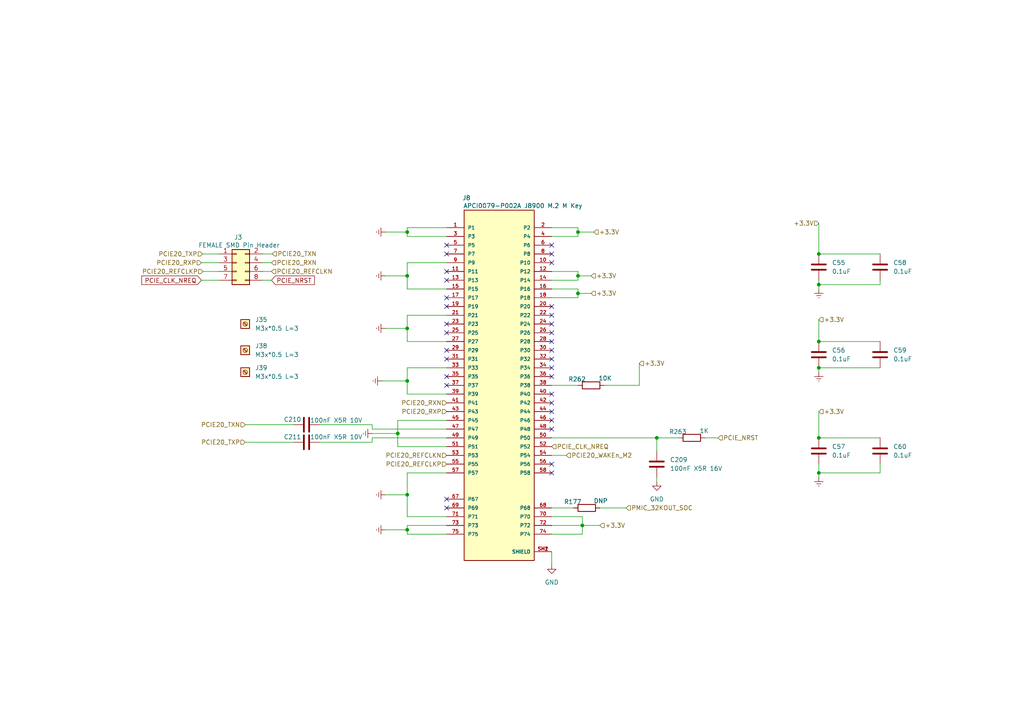
<source format=kicad_sch>
(kicad_sch (version 20231120) (generator "eeschema") (generator_version "8.0")
  (paper "A4")
  (lib_symbols
    (symbol "Connector:Screw_Terminal_01x01" (pin_names (offset 1.016) hide)
      (property "Reference" "J35" (at 2.8515 1.2701 0))
      (property "Value" "M3x*0.5 L=3" (at 2.8515 -1.2699 0))
      (symbol "Screw_Terminal_01x01_1_1"
        (rectangle (start -1.27 1.27) (end 1.27 -1.27) (stroke (width 0.254)) (fill (type background)))
        (polyline (pts (xy -0.5334 0.3302) (xy 0.3302 -0.508)) (stroke (width 0.1524)))
        (polyline (pts (xy -0.3556 0.508) (xy 0.508 -0.3302)) (stroke (width 0.1524)))
        (circle (center 0 0) (radius 0.635) (stroke (width 0.1524)))
      )
    )
    (symbol "Connector_Generic:Conn_02x04_Odd_Even" (pin_names (offset 1.016) hide)
      (property "Reference" "J" (at 1.27 5.08 0))
      (property "Value" "Conn_02x04_Odd_Even" (at 1.27 -7.62 0))
      (symbol "Conn_02x04_Odd_Even_1_1"
        (rectangle (start -1.27 -4.953) (end 0 -5.207) (stroke (width 0.1524)))
        (rectangle (start -1.27 -2.413) (end 0 -2.667) (stroke (width 0.1524)))
        (rectangle (start -1.27 0.127) (end 0 -0.127) (stroke (width 0.1524)))
        (rectangle (start -1.27 2.667) (end 0 2.413) (stroke (width 0.1524)))
        (rectangle (start -1.27 3.81) (end 3.81 -6.35) (stroke (width 0.254)) (fill (type background)))
        (rectangle (start 3.81 -4.953) (end 2.54 -5.207) (stroke (width 0.1524)))
        (rectangle (start 3.81 -2.413) (end 2.54 -2.667) (stroke (width 0.1524)))
        (rectangle (start 3.81 0.127) (end 2.54 -0.127) (stroke (width 0.1524)))
        (rectangle (start 3.81 2.667) (end 2.54 2.413) (stroke (width 0.1524)))
        (pin passive line (at -5.08 2.54 0) (length 3.81) (name "Pin_1") (number "1"))
        (pin passive line (at 7.62 2.54 180) (length 3.81) (name "Pin_2") (number "2"))
        (pin passive line (at -5.08 0 0) (length 3.81) (name "Pin_3") (number "3"))
        (pin passive line (at 7.62 0 180) (length 3.81) (name "Pin_4") (number "4"))
        (pin passive line (at -5.08 -2.54 0) (length 3.81) (name "Pin_5") (number "5"))
        (pin passive line (at 7.62 -2.54 180) (length 3.81) (name "Pin_6") (number "6"))
        (pin passive line (at -5.08 -5.08 0) (length 3.81) (name "Pin_7") (number "7"))
        (pin passive line (at 7.62 -5.08 180) (length 3.81) (name "Pin_8") (number "8"))
      )
    )
    (symbol "Device:C" (pin_numbers hide) (pin_names (offset 0.254))
      (property "Reference" "C" (at 0.635 2.54 0))
      (property "Value" "C" (at 0.635 -2.54 0))
      (symbol "C_0_1"
        (polyline (pts (xy -2.032 -0.762) (xy 2.032 -0.762)) (stroke (width 0.508)))
        (polyline (pts (xy -2.032 0.762) (xy 2.032 0.762)) (stroke (width 0.508)))
      )
      (symbol "C_1_1"
        (pin passive line (at 0 3.81 270) (length 2.794) (name "~") (number "1"))
        (pin passive line (at 0 -3.81 90) (length 2.794) (name "~") (number "2"))
      )
    )
    (symbol "Device:R" (pin_numbers hide) (pin_names (offset 0))
      (property "Reference" "R" (at 2.032 0 90))
      (property "Value" "R" (at 0 0 90))
      (symbol "R_0_1"
        (rectangle (start -1.016 -2.54) (end 1.016 2.54) (stroke (width 0.254)))
      )
      (symbol "R_1_1"
        (pin passive line (at 0 3.81 270) (length 1.27) (name "~") (number "1"))
        (pin passive line (at 0 -3.81 90) (length 1.27) (name "~") (number "2"))
      )
    )
    (symbol "M.2TE:1-2199119-5" (pin_names (offset 1.016))
      (property "Reference" "J" (at -10.1938 51.7746 0))
      (property "Value" "1-2199119-5" (at -10.1934 -53.5506 0))
      (symbol "1-2199119-5_0_0"
        (rectangle (start -10.16 -50.8) (end 10.16 50.8) (stroke (width 0.254)) (fill (type background)))
        (pin passive line (at -15.24 45.72 0) (length 5.08) (name "P1") (number "1"))
        (pin passive line (at 15.24 35.56 180) (length 5.08) (name "P10") (number "10"))
        (pin passive line (at -15.24 33.02 0) (length 5.08) (name "P11") (number "11"))
        (pin passive line (at 15.24 33.02 180) (length 5.08) (name "P12") (number "12"))
        (pin passive line (at -15.24 30.48 0) (length 5.08) (name "P13") (number "13"))
        (pin passive line (at 15.24 30.48 180) (length 5.08) (name "P14") (number "14"))
        (pin passive line (at -15.24 27.94 0) (length 5.08) (name "P15") (number "15"))
        (pin passive line (at 15.24 27.94 180) (length 5.08) (name "P16") (number "16"))
        (pin passive line (at -15.24 25.4 0) (length 5.08) (name "P17") (number "17"))
        (pin passive line (at 15.24 25.4 180) (length 5.08) (name "P18") (number "18"))
        (pin passive line (at -15.24 22.86 0) (length 5.08) (name "P19") (number "19"))
        (pin passive line (at 15.24 45.72 180) (length 5.08) (name "P2") (number "2"))
        (pin passive line (at 15.24 22.86 180) (length 5.08) (name "P20") (number "20"))
        (pin passive line (at -15.24 20.32 0) (length 5.08) (name "P21") (number "21"))
        (pin passive line (at 15.24 20.32 180) (length 5.08) (name "P22") (number "22"))
        (pin passive line (at -15.24 17.78 0) (length 5.08) (name "P23") (number "23"))
        (pin passive line (at 15.24 17.78 180) (length 5.08) (name "P24") (number "24"))
        (pin passive line (at -15.24 15.24 0) (length 5.08) (name "P25") (number "25"))
        (pin passive line (at 15.24 15.24 180) (length 5.08) (name "P26") (number "26"))
        (pin passive line (at -15.24 12.7 0) (length 5.08) (name "P27") (number "27"))
        (pin passive line (at 15.24 12.7 180) (length 5.08) (name "P28") (number "28"))
        (pin passive line (at -15.24 10.16 0) (length 5.08) (name "P29") (number "29"))
        (pin passive line (at -15.24 43.18 0) (length 5.08) (name "P3") (number "3"))
        (pin passive line (at 15.24 10.16 180) (length 5.08) (name "P30") (number "30"))
        (pin passive line (at -15.24 7.62 0) (length 5.08) (name "P31") (number "31"))
        (pin passive line (at 15.24 7.62 180) (length 5.08) (name "P32") (number "32"))
        (pin passive line (at -15.24 5.08 0) (length 5.08) (name "P33") (number "33"))
        (pin passive line (at 15.24 5.08 180) (length 5.08) (name "P34") (number "34"))
        (pin passive line (at -15.24 2.54 0) (length 5.08) (name "P35") (number "35"))
        (pin passive line (at 15.24 2.54 180) (length 5.08) (name "P36") (number "36"))
        (pin passive line (at -15.24 0 0) (length 5.08) (name "P37") (number "37"))
        (pin passive line (at 15.24 0 180) (length 5.08) (name "P38") (number "38"))
        (pin passive line (at -15.24 -2.54 0) (length 5.08) (name "P39") (number "39"))
        (pin passive line (at 15.24 43.18 180) (length 5.08) (name "P4") (number "4"))
        (pin passive line (at 15.24 -2.54 180) (length 5.08) (name "P40") (number "40"))
        (pin passive line (at -15.24 -5.08 0) (length 5.08) (name "P41") (number "41"))
        (pin passive line (at 15.24 -5.08 180) (length 5.08) (name "P42") (number "42"))
        (pin passive line (at -15.24 -7.62 0) (length 5.08) (name "P43") (number "43"))
        (pin passive line (at 15.24 -7.62 180) (length 5.08) (name "P44") (number "44"))
        (pin passive line (at -15.24 -10.16 0) (length 5.08) (name "P45") (number "45"))
        (pin passive line (at 15.24 -10.16 180) (length 5.08) (name "P46") (number "46"))
        (pin passive line (at -15.24 -12.7 0) (length 5.08) (name "P47") (number "47"))
        (pin passive line (at 15.24 -12.7 180) (length 5.08) (name "P48") (number "48"))
        (pin passive line (at -15.24 -15.24 0) (length 5.08) (name "P49") (number "49"))
        (pin passive line (at -15.24 40.64 0) (length 5.08) (name "P5") (number "5"))
        (pin passive line (at 15.24 -15.24 180) (length 5.08) (name "P50") (number "50"))
        (pin passive line (at -15.24 -17.78 0) (length 5.08) (name "P51") (number "51"))
        (pin passive line (at 15.24 -17.78 180) (length 5.08) (name "P52") (number "52"))
        (pin passive line (at -15.24 -20.32 0) (length 5.08) (name "P53") (number "53"))
        (pin passive line (at 15.24 -20.32 180) (length 5.08) (name "P54") (number "54"))
        (pin passive line (at -15.24 -22.86 0) (length 5.08) (name "P55") (number "55"))
        (pin passive line (at 15.24 -22.86 180) (length 5.08) (name "P56") (number "56"))
        (pin passive line (at -15.24 -25.4 0) (length 5.08) (name "P57") (number "57"))
        (pin passive line (at 15.24 -25.4 180) (length 5.08) (name "P58") (number "58"))
        (pin passive line (at 15.24 40.64 180) (length 5.08) (name "P6") (number "6"))
        (pin passive line (at -15.24 -33.02 0) (length 5.08) (name "P67") (number "67"))
        (pin passive line (at 15.24 -35.56 180) (length 5.08) (name "P68") (number "68"))
        (pin passive line (at -15.24 -35.56 0) (length 5.08) (name "P69") (number "69"))
        (pin passive line (at -15.24 38.1 0) (length 5.08) (name "P7") (number "7"))
        (pin passive line (at 15.24 -38.1 180) (length 5.08) (name "P70") (number "70"))
        (pin passive line (at -15.24 -38.1 0) (length 5.08) (name "P71") (number "71"))
        (pin passive line (at 15.24 -40.64 180) (length 5.08) (name "P72") (number "72"))
        (pin passive line (at -15.24 -40.64 0) (length 5.08) (name "P73") (number "73"))
        (pin passive line (at 15.24 -43.18 180) (length 5.08) (name "P74") (number "74"))
        (pin passive line (at -15.24 -43.18 0) (length 5.08) (name "P75") (number "75"))
        (pin passive line (at 15.24 38.1 180) (length 5.08) (name "P8") (number "8"))
        (pin passive line (at -15.24 35.56 0) (length 5.08) (name "P9") (number "9"))
        (pin passive line (at 15.24 -48.26 180) (length 5.08) (name "SHIELD") (number "SH1"))
        (pin passive line (at 15.24 -48.26 180) (length 5.08) (name "SHIELD") (number "SH2"))
      )
    )
    (symbol "power:Earth" (power) (pin_names (offset 0))
      (symbol "Earth_0_1"
        (polyline (pts (xy -0.635 -1.905) (xy 0.635 -1.905)))
        (polyline (pts (xy -0.127 -2.54) (xy 0.127 -2.54)))
        (polyline (pts (xy 0 -1.27) (xy 0 0)))
        (polyline (pts (xy 1.27 -1.27) (xy -1.27 -1.27)))
      )
      (symbol "Earth_1_1"
        (pin power_in line (at 0 0 270) (length 0) hide (name "Earth") (number "1"))
      )
    )
    (symbol "power:GND" (power) (pin_names (offset 0))
      (property "Value" "GND" (at 0 -3.81 0))
      (symbol "GND_0_1"
        (polyline (pts (xy 0 0) (xy 0 -1.27) (xy 1.27 -1.27) (xy 0 -2.54) (xy -1.27 -1.27) (xy 0 -1.27)))
      )
      (symbol "GND_1_1"
        (pin power_in line (at 0 0 270) (length 0) hide (name "GND") (number "1"))
      )
    )
  )
  (junction (at 237.49 106.68))
  (junction (at 167.64 80.01))
  (junction (at 118.11 67.31))
  (junction (at 237.49 137.16))
  (junction (at 118.11 110.49))
  (junction (at 118.11 95.25))
  (junction (at 190.5 127))
  (junction (at 237.49 82.55))
  (junction (at 237.49 127))
  (junction (at 168.91 152.4))
  (junction (at 167.64 85.09))
  (junction (at 118.11 153.67))
  (junction (at 167.64 67.31))
  (junction (at 118.11 80.01))
  (junction (at 237.49 99.06))
  (junction (at 115.3655 125.73))
  (junction (at 237.49 73.66))
  (junction (at 118.11 143.51))
  (no_connect (at 129.54 144.78))
  (no_connect (at 129.54 147.32))
  (no_connect (at 160.02 137.16))
  (no_connect (at 160.02 134.62))
  (no_connect (at 160.02 124.46))
  (no_connect (at 129.54 71.12))
  (no_connect (at 129.54 73.66))
  (no_connect (at 129.54 78.74))
  (no_connect (at 129.54 81.28))
  (no_connect (at 129.54 86.36))
  (no_connect (at 129.54 88.9))
  (no_connect (at 129.54 93.98))
  (no_connect (at 129.54 96.52))
  (no_connect (at 129.54 111.76))
  (no_connect (at 160.02 119.38))
  (no_connect (at 160.02 116.84))
  (no_connect (at 160.02 114.3))
  (no_connect (at 160.02 99.06))
  (no_connect (at 129.54 101.6))
  (no_connect (at 129.54 104.14))
  (no_connect (at 129.54 109.22))
  (no_connect (at 160.02 121.92))
  (no_connect (at 160.02 109.22))
  (no_connect (at 160.02 106.68))
  (no_connect (at 160.02 104.14))
  (no_connect (at 160.02 101.6))
  (no_connect (at 160.02 96.52))
  (no_connect (at 160.02 93.98))
  (no_connect (at 160.02 91.44))
  (no_connect (at 160.02 88.9))
  (no_connect (at 160.02 76.2))
  (no_connect (at 160.02 73.66))
  (no_connect (at 160.02 71.12))
  (wire (pts (xy 107.95 125.73) (xy 115.3655 125.73)))
  (wire (pts (xy 167.64 67.31) (xy 167.64 68.58)))
  (wire (pts (xy 107.95 124.46) (xy 129.54 124.46)))
  (wire (pts (xy 181.61 147.32) (xy 173.99 147.32)))
  (wire (pts (xy 129.54 91.44) (xy 118.11 91.44)))
  (wire (pts (xy 168.91 152.4) (xy 173.99 152.4)))
  (wire (pts (xy 118.11 154.94) (xy 129.54 154.94)))
  (wire (pts (xy 118.11 66.04) (xy 118.11 67.31)))
  (wire (pts (xy 167.64 80.01) (xy 171.45 80.01)))
  (wire (pts (xy 111.76 80.01) (xy 118.11 80.01)))
  (wire (pts (xy 190.5 130.81) (xy 190.5 127)))
  (wire (pts (xy 92.71 123.19) (xy 107.95 123.19)))
  (wire (pts (xy 237.49 138.43) (xy 237.49 137.16)))
  (wire (pts (xy 168.91 154.94) (xy 168.91 152.4)))
  (wire (pts (xy 160.02 86.36) (xy 167.64 86.36)))
  (wire (pts (xy 78.74 78.74) (xy 76.2 78.74)))
  (wire (pts (xy 92.71 128.27) (xy 107.95 128.27)))
  (wire (pts (xy 160.02 111.76) (xy 167.64 111.76)))
  (wire (pts (xy 237.49 73.66) (xy 255.27 73.66)))
  (wire (pts (xy 175.26 111.76) (xy 185.42 111.76)))
  (wire (pts (xy 168.91 149.86) (xy 168.91 152.4)))
  (wire (pts (xy 78.9913 73.6184) (xy 78.9913 73.66)))
  (wire (pts (xy 118.11 114.3) (xy 129.54 114.3)))
  (wire (pts (xy 58.8704 78.74) (xy 63.5 78.74)))
  (wire (pts (xy 71.12 128.27) (xy 85.09 128.27)))
  (wire (pts (xy 118.11 66.04) (xy 129.54 66.04)))
  (wire (pts (xy 160.02 149.86) (xy 168.91 149.86)))
  (wire (pts (xy 58.42 76.2) (xy 63.5 76.2)))
  (wire (pts (xy 118.11 143.51) (xy 118.11 149.86)))
  (wire (pts (xy 78.9913 73.66) (xy 76.2 73.66)))
  (wire (pts (xy 168.91 152.4) (xy 160.02 152.4)))
  (wire (pts (xy 160.02 78.74) (xy 167.64 78.74)))
  (wire (pts (xy 118.11 76.2) (xy 118.11 80.01)))
  (wire (pts (xy 190.5 127) (xy 160.02 127)))
  (wire (pts (xy 110.7612 110.49) (xy 118.11 110.49)))
  (wire (pts (xy 237.49 119.38) (xy 237.49 127)))
  (wire (pts (xy 111.76 153.67) (xy 118.11 153.67)))
  (wire (pts (xy 164.2573 132.08) (xy 160.02 132.08)))
  (wire (pts (xy 118.11 106.68) (xy 129.54 106.68)))
  (wire (pts (xy 160.02 163.83) (xy 160.02 160.02)))
  (wire (pts (xy 208.28 127) (xy 204.47 127)))
  (wire (pts (xy 167.64 83.82) (xy 167.64 85.09)))
  (wire (pts (xy 111.76 143.51) (xy 118.11 143.51)))
  (wire (pts (xy 78.74 76.2) (xy 76.2 76.2)))
  (wire (pts (xy 78.74 81.28) (xy 76.2 81.28)))
  (wire (pts (xy 237.49 137.16) (xy 237.49 134.62)))
  (wire (pts (xy 118.11 80.01) (xy 118.11 83.82)))
  (wire (pts (xy 107.95 127) (xy 129.54 127)))
  (wire (pts (xy 118.11 83.82) (xy 129.54 83.82)))
  (wire (pts (xy 118.11 91.44) (xy 118.11 95.25)))
  (wire (pts (xy 237.49 107.95) (xy 237.49 106.68)))
  (wire (pts (xy 237.49 81.28) (xy 237.49 82.55)))
  (wire (pts (xy 118.11 153.67) (xy 118.11 154.94)))
  (wire (pts (xy 237.49 82.55) (xy 237.49 83.82)))
  (wire (pts (xy 58.7269 73.66) (xy 63.5 73.66)))
  (wire (pts (xy 167.64 85.09) (xy 171.45 85.09)))
  (wire (pts (xy 129.54 152.4) (xy 118.11 152.4)))
  (wire (pts (xy 237.49 64.77) (xy 237.49 73.66)))
  (wire (pts (xy 118.11 137.16) (xy 118.11 143.51)))
  (wire (pts (xy 166.37 147.32) (xy 160.02 147.32)))
  (wire (pts (xy 118.11 68.58) (xy 129.54 68.58)))
  (wire (pts (xy 160.02 83.82) (xy 167.64 83.82)))
  (wire (pts (xy 237.49 82.55) (xy 255.27 82.55)))
  (wire (pts (xy 185.42 111.76) (xy 185.42 105.41)))
  (wire (pts (xy 129.54 137.16) (xy 118.11 137.16)))
  (wire (pts (xy 160.02 66.04) (xy 167.64 66.04)))
  (wire (pts (xy 237.49 137.16) (xy 255.27 137.16)))
  (wire (pts (xy 167.64 66.04) (xy 167.64 67.31)))
  (wire (pts (xy 115.3655 121.92) (xy 115.3655 125.73)))
  (wire (pts (xy 111.76 95.25) (xy 118.11 95.25)))
  (wire (pts (xy 118.11 67.31) (xy 118.11 68.58)))
  (wire (pts (xy 118.11 110.49) (xy 118.11 114.3)))
  (wire (pts (xy 107.95 123.19) (xy 107.95 124.46)))
  (wire (pts (xy 167.64 68.58) (xy 160.02 68.58)))
  (wire (pts (xy 167.64 78.74) (xy 167.64 80.01)))
  (wire (pts (xy 167.64 80.01) (xy 167.64 81.28)))
  (wire (pts (xy 111.76 67.31) (xy 118.11 67.31)))
  (wire (pts (xy 118.11 149.86) (xy 129.54 149.86)))
  (wire (pts (xy 118.11 95.25) (xy 118.11 99.06)))
  (wire (pts (xy 167.64 81.28) (xy 160.02 81.28)))
  (wire (pts (xy 118.11 106.68) (xy 118.11 110.49)))
  (wire (pts (xy 167.64 67.31) (xy 172.2696 67.31)))
  (wire (pts (xy 107.95 128.27) (xy 107.95 127)))
  (wire (pts (xy 167.64 85.09) (xy 167.64 86.36)))
  (wire (pts (xy 115.3655 129.54) (xy 129.54 129.54)))
  (wire (pts (xy 255.27 134.62) (xy 255.27 137.16)))
  (wire (pts (xy 115.3655 125.73) (xy 115.3655 129.54)))
  (wire (pts (xy 129.54 121.92) (xy 115.3655 121.92)))
  (wire (pts (xy 196.85 127) (xy 190.5 127)))
  (wire (pts (xy 237.49 99.06) (xy 255.27 99.06)))
  (wire (pts (xy 190.5 139.7) (xy 190.5 138.43)))
  (wire (pts (xy 237.49 127) (xy 255.27 127)))
  (wire (pts (xy 237.49 92.71) (xy 237.49 99.06)))
  (wire (pts (xy 255.27 81.28) (xy 255.27 82.55)))
  (wire (pts (xy 160.02 154.94) (xy 168.91 154.94)))
  (wire (pts (xy 129.54 76.2) (xy 118.11 76.2)))
  (wire (pts (xy 71.12 123.19) (xy 85.09 123.19)))
  (wire (pts (xy 118.11 99.06) (xy 129.54 99.06)))
  (wire (pts (xy 118.11 152.4) (xy 118.11 153.67)))
  (wire (pts (xy 237.49 106.68) (xy 255.27 106.68)))
  (wire (pts (xy 58.42 81.28) (xy 63.5 81.28)))
  (global_label "PCIE_NRST" (shape input) (at 78.74 81.28 0) (property "Intersheetrefs" "${INTERSHEET_REFS}" (effects (hide yes))))
  (global_label "PCIE_CLK_NREQ" (shape input) (at 58.42 81.28 180) (property "Intersheetrefs" "${INTERSHEET_REFS}" (effects (hide yes))))
  (hierarchical_label "+3.3V" (shape input) (at 185.42 105.41 0))
  (hierarchical_label "PCIE20_WAKEn_M2" (shape input) (at 164.2573 132.08 0))
  (hierarchical_label "PCIE20_REFCLKN" (shape input) (at 129.54 132.08 180))
  (hierarchical_label "PCIE20_REFCLKP" (shape input) (at 58.8704 78.74 180))
  (hierarchical_label "+3.3V" (shape input) (at 237.49 92.71 0))
  (hierarchical_label "+3.3V" (shape input) (at 172.2696 67.31 0))
  (hierarchical_label "PCIE20_TXN" (shape input) (at 71.12 123.19 180))
  (hierarchical_label "PCIE20_RXN" (shape input) (at 78.74 76.2 0))
  (hierarchical_label "PCIE20_TXP" (shape input) (at 58.7269 73.66 180))
  (hierarchical_label "PCIE20_TXN" (shape input) (at 78.9913 73.6184 0))
  (hierarchical_label "PCIE20_RXP" (shape input) (at 58.42 76.2 180))
  (hierarchical_label "PCIE20_RXN" (shape input) (at 129.54 116.84 180))
  (hierarchical_label "PMIC_32KOUT_SOC" (shape input) (at 181.61 147.32 0))
  (hierarchical_label "+3.3V" (shape input) (at 171.45 80.01 0))
  (hierarchical_label "+3.3V" (shape input) (at 237.49 119.38 0))
  (hierarchical_label "PCIE_CLK_NREQ" (shape input) (at 160.02 129.54 0))
  (hierarchical_label "PCIE20_REFCLKN" (shape input) (at 78.74 78.74 0))
  (hierarchical_label "PCIE20_REFCLKP" (shape input) (at 129.54 134.62 180))
  (hierarchical_label "PCIE20_RXP" (shape input) (at 129.54 119.38 180))
  (hierarchical_label "+3.3V" (shape input) (at 237.49 64.77 180))
  (hierarchical_label "+3.3V" (shape input) (at 173.99 152.4 0))
  (hierarchical_label "PCIE_NRST" (shape input) (at 208.28 127 0))
  (hierarchical_label "+3.3V" (shape input) (at 171.45 85.09 0))
  (hierarchical_label "PCIE20_TXP" (shape input) (at 71.12 128.27 180))
  (symbol (lib_id "M.2TE:1-2199119-5") (at 144.78 111.76 0) (unit 1)
    (property "Reference" "J8" (at 134.112 57.404 0) (effects (justify left)))
    (property "Value" "APCI0079-P002A J8900 M.2 M Key" (at 134.366 59.69 0) (effects (justify left)))
    (property "Footprint" "Library:APCI0079-P002A J8900 M.2 M Key" (effects (hide yes)))
    (property "Comment" "1-2199119-5" (effects (hide yes)))
    (property "MPN" "APCI0079-P002A J8900 M.2 M Key" (effects (hide yes)))
  )
  (symbol (lib_id "power:Earth") (at 111.76 153.67 270) (unit 1)
    (property "Reference" "#PWR0177" (effects (hide yes)))
    (property "Value" "Earth" (effects (hide yes)))
    (property "Description" "Power symbol creates a global label with name \"Earth\"" (effects (hide yes)))
  )
  (symbol (lib_id "power:Earth") (at 111.76 80.01 270) (unit 1)
    (property "Reference" "#PWR0105" (effects (hide yes)))
    (property "Value" "Earth" (effects (hide yes)))
    (property "Description" "Power symbol creates a global label with name \"Earth\"" (effects (hide yes)))
  )
  (symbol (lib_id "Device:R") (at 171.45 111.76 270) (unit 1)
    (property "Reference" "R262" (at 167.386 109.982 90))
    (property "Value" "10K" (at 175.514 109.728 90))
    (property "Footprint" "Resistor_SMD:R_0402_1005Metric" (effects (hide yes)))
  )
  (symbol (lib_id "Device:C") (at 190.5 134.62 0) (unit 1)
    (property "Reference" "C209" (at 194.31 133.3499 0) (effects (justify left)))
    (property "Value" "100nF X5R 16V" (at 194.31 135.8899 0) (effects (justify left)))
    (property "Footprint" "Capacitor_SMD:C_0402_1005Metric" (effects (hide yes)))
  )
  (symbol (lib_id "power:Earth") (at 107.95 125.73 270) (unit 1)
    (property "Reference" "#PWR0181" (effects (hide yes)))
    (property "Value" "Earth" (effects (hide yes)))
    (property "Description" "Power symbol creates a global label with name \"Earth\"" (effects (hide yes)))
  )
  (symbol (lib_id "Device:C") (at 255.27 130.81 0) (unit 1)
    (property "Reference" "C60" (at 259.08 129.5399 0) (effects (justify left)))
    (property "Value" "0.1uF" (at 259.08 132.0799 0) (effects (justify left)))
    (property "Footprint" "Capacitor_SMD:C_0603_1608Metric" (effects (hide yes)))
  )
  (symbol (lib_id "Connector:Screw_Terminal_01x01") (at 71.12 101.6 0) (unit 1)
    (property "Reference" "J38" (at 73.9715 100.3299 0) (effects (justify left)))
    (property "Value" "M3x*0.5 L=3" (at 73.9715 102.8699 0) (effects (justify left)))
    (property "Footprint" "HDMI 2.0 TX:Screw Terminal Shinbo" (effects (hide yes)))
    (property "Description" "Board mounting elevator    M3 hole size, 4 pins PCB-64-M3" (effects (hide yes)))
  )
  (symbol (lib_id "power:Earth") (at 237.49 138.43 0) (unit 1)
    (property "Reference" "#PWR0182" (effects (hide yes)))
    (property "Value" "Earth" (effects (hide yes)))
    (property "Description" "Power symbol creates a global label with name \"Earth\"" (effects (hide yes)))
  )
  (symbol (lib_id "power:GND") (at 190.5 139.7 0) (unit 1)
    (property "Reference" "#PWR0229" (effects (hide yes)))
    (property "Value" "GND" (at 190.5 144.78 0))
  )
  (symbol (lib_id "power:Earth") (at 111.76 67.31 270) (unit 1)
    (property "Reference" "#PWR0104" (effects (hide yes)))
    (property "Value" "Earth" (effects (hide yes)))
    (property "Description" "Power symbol creates a global label with name \"Earth\"" (effects (hide yes)))
  )
  (symbol (lib_id "power:Earth") (at 110.7612 110.49 270) (unit 1)
    (property "Reference" "#PWR0180" (effects (hide yes)))
    (property "Value" "Earth" (effects (hide yes)))
    (property "Description" "Power symbol creates a global label with name \"Earth\"" (effects (hide yes)))
  )
  (symbol (lib_id "Device:R") (at 170.18 147.32 270) (unit 1)
    (property "Reference" "R177" (at 166.116 145.542 90))
    (property "Value" "DNP" (at 174.244 145.288 90))
    (property "Footprint" "Resistor_SMD:R_0603_1608Metric" (effects (hide yes)))
  )
  (symbol (lib_id "power:Earth") (at 111.76 95.25 270) (unit 1)
    (property "Reference" "#PWR0179" (effects (hide yes)))
    (property "Value" "Earth" (effects (hide yes)))
    (property "Description" "Power symbol creates a global label with name \"Earth\"" (effects (hide yes)))
  )
  (symbol (lib_id "Device:C") (at 255.27 102.87 0) (unit 1)
    (property "Reference" "C59" (at 259.08 101.5999 0) (effects (justify left)))
    (property "Value" "0.1uF" (at 259.08 104.1399 0) (effects (justify left)))
    (property "Footprint" "Capacitor_SMD:C_0603_1608Metric" (effects (hide yes)))
  )
  (symbol (lib_id "power:Earth") (at 237.49 83.82 0) (unit 1)
    (property "Reference" "#PWR0184" (effects (hide yes)))
    (property "Value" "Earth" (effects (hide yes)))
    (property "Description" "Power symbol creates a global label with name \"Earth\"" (effects (hide yes)))
  )
  (symbol (lib_id "power:GND") (at 160.02 163.83 0) (unit 1)
    (property "Reference" "#PWR0178" (effects (hide yes)))
    (property "Value" "GND" (at 160.02 168.91 0))
  )
  (symbol (lib_id "Device:C") (at 88.9 123.19 90) (unit 1)
    (property "Reference" "C210" (at 84.836 121.666 90))
    (property "Value" "100nF X5R 10V" (at 97.536 121.92 90))
    (property "Footprint" "Capacitor_SMD:C_0402_1005Metric" (effects (hide yes)))
  )
  (symbol (lib_id "Device:C") (at 255.27 77.47 0) (unit 1)
    (property "Reference" "C58" (at 259.08 76.1999 0) (effects (justify left)))
    (property "Value" "0.1uF" (at 259.08 78.7399 0) (effects (justify left)))
    (property "Footprint" "Capacitor_SMD:C_0603_1608Metric" (effects (hide yes)))
  )
  (symbol (lib_id "power:Earth") (at 237.49 107.95 0) (unit 1)
    (property "Reference" "#PWR0183" (effects (hide yes)))
    (property "Value" "Earth" (effects (hide yes)))
    (property "Description" "Power symbol creates a global label with name \"Earth\"" (effects (hide yes)))
  )
  (symbol (lib_id "Device:C") (at 237.49 102.87 0) (unit 1)
    (property "Reference" "C56" (at 241.3 101.5999 0) (effects (justify left)))
    (property "Value" "0.1uF" (at 241.3 104.1399 0) (effects (justify left)))
    (property "Footprint" "Capacitor_SMD:C_0603_1608Metric" (effects (hide yes)))
  )
  (symbol (lib_id "Connector_Generic:Conn_02x04_Odd_Even") (at 68.58 76.2 0) (unit 1)
    (property "Reference" "J3" (at 69.088 68.834 0))
    (property "Value" "FEMALE SMD Pin Header" (at 69.342 71.12 0))
    (property "Footprint" "Connector_PinSocket_2.54mm:PinSocket_2x04_P2.54mm_Vertical_SMD" (effects (hide yes)))
  )
  (symbol (lib_id "Device:C") (at 237.49 130.81 0) (unit 1)
    (property "Reference" "C57" (at 241.3 129.5399 0) (effects (justify left)))
    (property "Value" "0.1uF" (at 241.3 132.0799 0) (effects (justify left)))
    (property "Footprint" "Capacitor_SMD:C_0603_1608Metric" (effects (hide yes)))
  )
  (symbol (lib_id "Device:R") (at 200.66 127 270) (unit 1)
    (property "Reference" "R263" (at 196.596 125.222 90))
    (property "Value" "1K " (at 204.724 124.968 90))
    (property "Footprint" "Resistor_SMD:R_0402_1005Metric" (effects (hide yes)))
  )
  (symbol (lib_id "Device:C") (at 88.9 128.27 90) (unit 1)
    (property "Reference" "C211" (at 84.836 126.746 90))
    (property "Value" "100nF X5R 10V" (at 97.536 126.746 90))
    (property "Footprint" "Capacitor_SMD:C_0402_1005Metric" (effects (hide yes)))
  )
  (symbol (lib_id "Connector:Screw_Terminal_01x01") (at 71.12 93.98 0) (unit 1)
    (property "Reference" "J35" (at 73.9715 92.7099 0) (effects (justify left)))
    (property "Value" "M3x*0.5 L=3" (at 73.9715 95.2499 0) (effects (justify left)))
    (property "Footprint" "HDMI 2.0 TX:Screw Terminal Shinbo" (effects (hide yes)))
    (property "Description" "Board mounting elevator    M3 hole size, 4 pins PCB-64-M3" (effects (hide yes)))
  )
  (symbol (lib_id "power:Earth") (at 111.76 143.51 270) (unit 1)
    (property "Reference" "#PWR0106" (effects (hide yes)))
    (property "Value" "Earth" (effects (hide yes)))
    (property "Description" "Power symbol creates a global label with name \"Earth\"" (effects (hide yes)))
  )
  (symbol (lib_id "Device:C") (at 237.49 77.47 0) (unit 1)
    (property "Reference" "C55" (at 241.3 76.1999 0) (effects (justify left)))
    (property "Value" "0.1uF" (at 241.3 78.7399 0) (effects (justify left)))
    (property "Footprint" "Capacitor_SMD:C_0603_1608Metric" (effects (hide yes)))
  )
  (symbol (lib_id "Connector:Screw_Terminal_01x01") (at 71.12 107.95 0) (unit 1)
    (property "Reference" "J39" (at 73.9715 106.6799 0) (effects (justify left)))
    (property "Value" "M3x*0.5 L=3" (at 73.9715 109.2199 0) (effects (justify left)))
    (property "Footprint" "HDMI 2.0 TX:Screw Terminal Shinbo" (effects (hide yes)))
    (property "Description" "Board mounting elevator    M3 hole size, 4 pins PCB-64-M3" (effects (hide yes)))
  )
)
</source>
